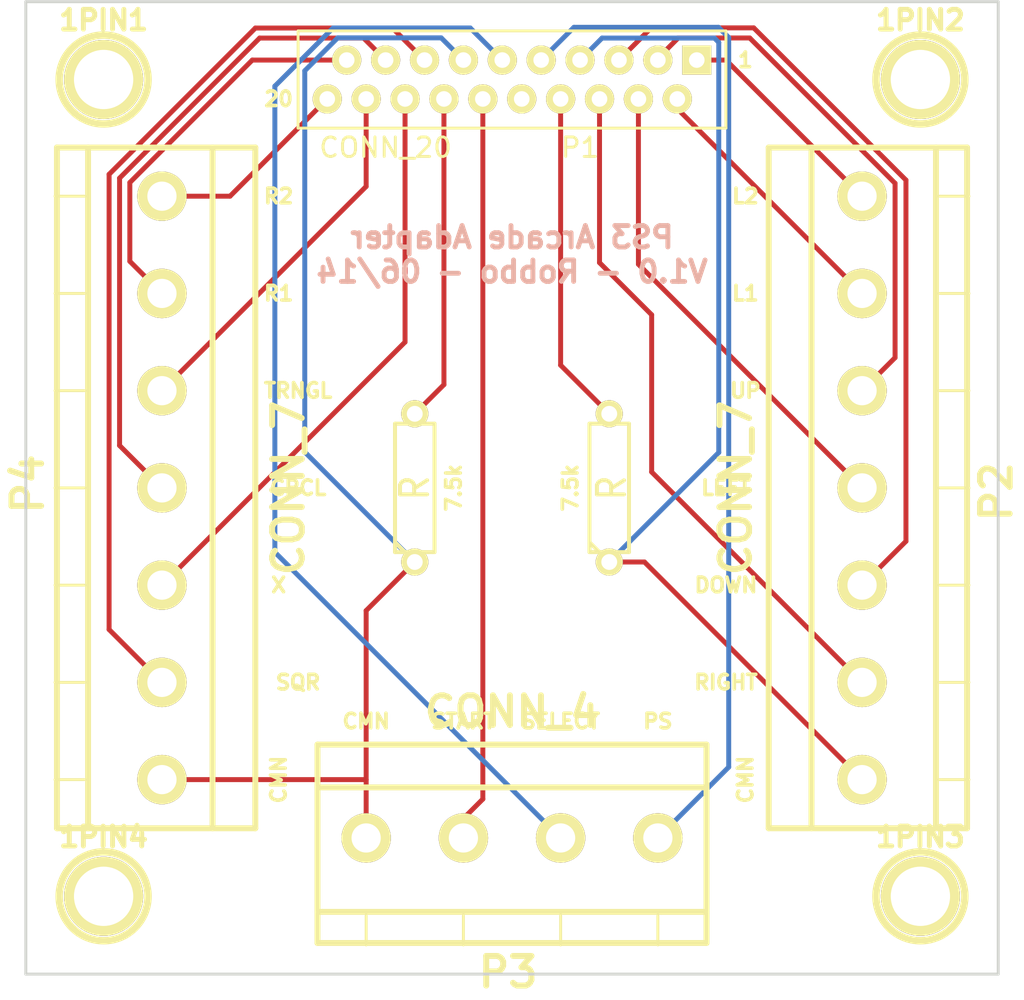
<source format=kicad_pcb>
(kicad_pcb (version 3) (host pcbnew "(2013-07-07 BZR 4022)-stable")

  (general
    (links 22)
    (no_connects 0)
    (area 48.93042 49.924999 101.06958 101.06958)
    (thickness 1.6)
    (drawings 27)
    (tracks 73)
    (zones 0)
    (modules 10)
    (nets 20)
  )

  (page A3)
  (layers
    (15 F.Cu signal)
    (0 B.Cu signal)
    (16 B.Adhes user hide)
    (17 F.Adhes user hide)
    (18 B.Paste user hide)
    (19 F.Paste user hide)
    (20 B.SilkS user)
    (21 F.SilkS user)
    (22 B.Mask user hide)
    (23 F.Mask user hide)
    (24 Dwgs.User user hide)
    (25 Cmts.User user hide)
    (26 Eco1.User user hide)
    (27 Eco2.User user hide)
    (28 Edge.Cuts user)
  )

  (setup
    (last_trace_width 0.254)
    (trace_clearance 0.254)
    (zone_clearance 0.508)
    (zone_45_only no)
    (trace_min 0.254)
    (segment_width 0.2)
    (edge_width 0.15)
    (via_size 0.889)
    (via_drill 0.635)
    (via_min_size 0.889)
    (via_min_drill 0.508)
    (uvia_size 0.508)
    (uvia_drill 0.127)
    (uvias_allowed no)
    (uvia_min_size 0.508)
    (uvia_min_drill 0.127)
    (pcb_text_width 0.3)
    (pcb_text_size 0.75 0.75)
    (mod_edge_width 0.15)
    (mod_text_size 1.5 1.5)
    (mod_text_width 0.15)
    (pad_size 2.54 2.54)
    (pad_drill 1.50114)
    (pad_to_mask_clearance 0.2)
    (aux_axis_origin 0 0)
    (visible_elements 7FFFFFEF)
    (pcbplotparams
      (layerselection 284196865)
      (usegerberextensions true)
      (excludeedgelayer true)
      (linewidth 0.100000)
      (plotframeref false)
      (viasonmask false)
      (mode 1)
      (useauxorigin false)
      (hpglpennumber 1)
      (hpglpenspeed 20)
      (hpglpendiameter 15)
      (hpglpenoverlay 2)
      (psnegative false)
      (psa4output false)
      (plotreference false)
      (plotvalue false)
      (plotothertext false)
      (plotinvisibletext false)
      (padsonsilk true)
      (subtractmaskfromsilk true)
      (outputformat 1)
      (mirror false)
      (drillshape 0)
      (scaleselection 1)
      (outputdirectory jpg/))
  )

  (net 0 "")
  (net 1 N-000001)
  (net 2 N-0000010)
  (net 3 N-0000011)
  (net 4 N-0000012)
  (net 5 N-0000013)
  (net 6 N-0000014)
  (net 7 N-0000015)
  (net 8 N-0000016)
  (net 9 N-0000017)
  (net 10 N-0000018)
  (net 11 N-0000019)
  (net 12 N-000002)
  (net 13 N-000003)
  (net 14 N-000004)
  (net 15 N-000005)
  (net 16 N-000006)
  (net 17 N-000007)
  (net 18 N-000008)
  (net 19 N-000009)

  (net_class Default "This is the default net class."
    (clearance 0.254)
    (trace_width 0.254)
    (via_dia 0.889)
    (via_drill 0.635)
    (uvia_dia 0.508)
    (uvia_drill 0.127)
    (add_net "")
    (add_net N-000001)
    (add_net N-0000010)
    (add_net N-0000011)
    (add_net N-0000012)
    (add_net N-0000013)
    (add_net N-0000014)
    (add_net N-0000015)
    (add_net N-0000016)
    (add_net N-0000017)
    (add_net N-0000018)
    (add_net N-0000019)
    (add_net N-000002)
    (add_net N-000003)
    (add_net N-000004)
    (add_net N-000005)
    (add_net N-000006)
    (add_net N-000007)
    (add_net N-000008)
    (add_net N-000009)
  )

  (module R3 (layer F.Cu) (tedit 53849008) (tstamp 53848FAF)
    (at 70 75 90)
    (descr "Resitance 3 pas")
    (tags R)
    (path /537C939D)
    (autoplace_cost180 10)
    (fp_text reference R1 (at 0 0.127 90) (layer F.SilkS) hide
      (effects (font (size 1.397 1.27) (thickness 0.2032)))
    )
    (fp_text value R (at 0 0 90) (layer F.SilkS)
      (effects (font (size 1.397 1.27) (thickness 0.2032)))
    )
    (fp_line (start -3.81 0) (end -3.302 0) (layer F.SilkS) (width 0.2032))
    (fp_line (start 3.81 0) (end 3.302 0) (layer F.SilkS) (width 0.2032))
    (fp_line (start 3.302 0) (end 3.302 -1.016) (layer F.SilkS) (width 0.2032))
    (fp_line (start 3.302 -1.016) (end -3.302 -1.016) (layer F.SilkS) (width 0.2032))
    (fp_line (start -3.302 -1.016) (end -3.302 1.016) (layer F.SilkS) (width 0.2032))
    (fp_line (start -3.302 1.016) (end 3.302 1.016) (layer F.SilkS) (width 0.2032))
    (fp_line (start 3.302 1.016) (end 3.302 0) (layer F.SilkS) (width 0.2032))
    (fp_line (start -3.302 -0.508) (end -2.794 -1.016) (layer F.SilkS) (width 0.2032))
    (pad 1 thru_hole circle (at -3.81 0 90) (size 1.397 1.397) (drill 0.8128)
      (layers *.Cu *.Mask F.SilkS)
      (net 9 N-0000017)
    )
    (pad 2 thru_hole circle (at 3.81 0 90) (size 1.397 1.397) (drill 0.8128)
      (layers *.Cu *.Mask F.SilkS)
      (net 8 N-0000016)
    )
    (model discret/resistor.wrl
      (at (xyz 0 0 0))
      (scale (xyz 0.3 0.3 0.3))
      (rotate (xyz 0 0 0))
    )
  )

  (module R3 (layer F.Cu) (tedit 53849016) (tstamp 53848FBD)
    (at 80 75 90)
    (descr "Resitance 3 pas")
    (tags R)
    (path /537C93AC)
    (autoplace_cost180 10)
    (fp_text reference R2 (at 0 0.127 90) (layer F.SilkS) hide
      (effects (font (size 1.397 1.27) (thickness 0.2032)))
    )
    (fp_text value R (at 0 0.127 90) (layer F.SilkS)
      (effects (font (size 1.397 1.27) (thickness 0.2032)))
    )
    (fp_line (start -3.81 0) (end -3.302 0) (layer F.SilkS) (width 0.2032))
    (fp_line (start 3.81 0) (end 3.302 0) (layer F.SilkS) (width 0.2032))
    (fp_line (start 3.302 0) (end 3.302 -1.016) (layer F.SilkS) (width 0.2032))
    (fp_line (start 3.302 -1.016) (end -3.302 -1.016) (layer F.SilkS) (width 0.2032))
    (fp_line (start -3.302 -1.016) (end -3.302 1.016) (layer F.SilkS) (width 0.2032))
    (fp_line (start -3.302 1.016) (end 3.302 1.016) (layer F.SilkS) (width 0.2032))
    (fp_line (start 3.302 1.016) (end 3.302 0) (layer F.SilkS) (width 0.2032))
    (fp_line (start -3.302 -0.508) (end -2.794 -1.016) (layer F.SilkS) (width 0.2032))
    (pad 1 thru_hole circle (at -3.81 0 90) (size 1.397 1.397) (drill 0.8128)
      (layers *.Cu *.Mask F.SilkS)
      (net 15 N-000005)
    )
    (pad 2 thru_hole circle (at 3.81 0 90) (size 1.397 1.397) (drill 0.8128)
      (layers *.Cu *.Mask F.SilkS)
      (net 14 N-000004)
    )
    (model discret/resistor.wrl
      (at (xyz 0 0 0))
      (scale (xyz 0.3 0.3 0.3))
      (rotate (xyz 0 0 0))
    )
  )

  (module PCBT7 (layer F.Cu) (tedit 53849217) (tstamp 53848FD5)
    (at 57 75 90)
    (descr "7 pin PCB screw terminal")
    (tags DEV)
    (path /537C932D)
    (fp_text reference P4 (at 0.20066 -6.90118 90) (layer F.SilkS)
      (effects (font (size 1.524 1.524) (thickness 0.3048)))
    )
    (fp_text value CONN_7 (at 0 6.5 90) (layer F.SilkS)
      (effects (font (size 1.524 1.524) (thickness 0.3048)))
    )
    (fp_line (start 15 -4) (end 15 -5.5) (layer F.SilkS) (width 0.15))
    (fp_line (start 10 -4) (end 10 -5.5) (layer F.SilkS) (width 0.15))
    (fp_line (start -15 -4) (end -15 -5.5) (layer F.SilkS) (width 0.15))
    (fp_line (start -10 -4) (end -10 -5.5) (layer F.SilkS) (width 0.15))
    (fp_line (start 5 -4) (end 5 -5.5) (layer F.SilkS) (width 0.15))
    (fp_line (start 0 -4) (end 0 -5.5) (layer F.SilkS) (width 0.15))
    (fp_line (start -5 -4) (end -5 -5.5) (layer F.SilkS) (width 0.15))
    (fp_line (start 17.50126 2.60096) (end -17.50126 2.60096) (layer F.SilkS) (width 0.3048))
    (fp_line (start -17.50126 -3.79984) (end 17.50126 -3.79984) (layer F.SilkS) (width 0.3048))
    (fp_line (start -17.50126 -5.40004) (end 17.50126 -5.40004) (layer F.SilkS) (width 0.3048))
    (fp_line (start 17.50126 -5.40004) (end 17.50126 4.8006) (layer F.SilkS) (width 0.3048))
    (fp_line (start 17.50126 4.8006) (end -17.50126 4.8006) (layer F.SilkS) (width 0.3048))
    (fp_line (start -17.50126 4.8006) (end -17.50126 -5.40004) (layer F.SilkS) (width 0.3048))
    (pad 6 thru_hole circle (at -10 0 90) (size 2.54 2.54) (drill 1.50114)
      (layers *.Cu *.Mask F.SilkS)
      (net 3 N-0000011)
    )
    (pad 5 thru_hole circle (at -5 0 90) (size 2.54 2.54) (drill 1.50114)
      (layers *.Cu *.Mask F.SilkS)
      (net 4 N-0000012)
    )
    (pad 4 thru_hole circle (at 0 0 90) (size 2.54 2.54) (drill 1.50114)
      (layers *.Cu *.Mask F.SilkS)
      (net 5 N-0000013)
    )
    (pad 7 thru_hole circle (at -15 0 90) (size 2.54 2.54) (drill 1.50114)
      (layers *.Cu *.Mask F.SilkS)
      (net 9 N-0000017)
    )
    (pad 3 thru_hole circle (at 5 0 90) (size 2.54 2.54) (drill 1.50114)
      (layers *.Cu *.Mask F.SilkS)
      (net 6 N-0000014)
    )
    (pad 2 thru_hole circle (at 10 0 90) (size 2.54 2.54) (drill 1.50114)
      (layers *.Cu *.Mask F.SilkS)
      (net 7 N-0000015)
    )
    (pad 1 thru_hole circle (at 15 0 90) (size 2.54 2.54) (drill 1.50114)
      (layers *.Cu *.Mask F.SilkS)
      (net 2 N-0000010)
    )
    (model LR/bornier_XY128V_2.wrl
      (at (xyz 0 0 0))
      (scale (xyz 1 1 1))
      (rotate (xyz 0 0 0))
    )
  )

  (module PCBT7 (layer F.Cu) (tedit 53848E39) (tstamp 53848FED)
    (at 93 75 270)
    (descr "7 pin PCB screw terminal")
    (tags DEV)
    (path /537C933C)
    (fp_text reference P2 (at 0.20066 -6.90118 270) (layer F.SilkS)
      (effects (font (size 1.524 1.524) (thickness 0.3048)))
    )
    (fp_text value CONN_7 (at 0 6.5 270) (layer F.SilkS)
      (effects (font (size 1.524 1.524) (thickness 0.3048)))
    )
    (fp_line (start 15 -4) (end 15 -5.5) (layer F.SilkS) (width 0.15))
    (fp_line (start 10 -4) (end 10 -5.5) (layer F.SilkS) (width 0.15))
    (fp_line (start -15 -4) (end -15 -5.5) (layer F.SilkS) (width 0.15))
    (fp_line (start -10 -4) (end -10 -5.5) (layer F.SilkS) (width 0.15))
    (fp_line (start 5 -4) (end 5 -5.5) (layer F.SilkS) (width 0.15))
    (fp_line (start 0 -4) (end 0 -5.5) (layer F.SilkS) (width 0.15))
    (fp_line (start -5 -4) (end -5 -5.5) (layer F.SilkS) (width 0.15))
    (fp_line (start 17.50126 2.60096) (end -17.50126 2.60096) (layer F.SilkS) (width 0.3048))
    (fp_line (start -17.50126 -3.79984) (end 17.50126 -3.79984) (layer F.SilkS) (width 0.3048))
    (fp_line (start -17.50126 -5.40004) (end 17.50126 -5.40004) (layer F.SilkS) (width 0.3048))
    (fp_line (start 17.50126 -5.40004) (end 17.50126 4.8006) (layer F.SilkS) (width 0.3048))
    (fp_line (start 17.50126 4.8006) (end -17.50126 4.8006) (layer F.SilkS) (width 0.3048))
    (fp_line (start -17.50126 4.8006) (end -17.50126 -5.40004) (layer F.SilkS) (width 0.3048))
    (pad 2 thru_hole circle (at -10 0 270) (size 2.54 2.54) (drill 1.50114)
      (layers *.Cu *.Mask F.SilkS)
      (net 10 N-0000018)
    )
    (pad 3 thru_hole circle (at -5 0 270) (size 2.54 2.54) (drill 1.50114)
      (layers *.Cu *.Mask F.SilkS)
      (net 19 N-000009)
    )
    (pad 4 thru_hole circle (at 0 0 270) (size 2.54 2.54) (drill 1.50114)
      (layers *.Cu *.Mask F.SilkS)
      (net 18 N-000008)
    )
    (pad 1 thru_hole circle (at -15 0 270) (size 2.54 2.54) (drill 1.50114)
      (layers *.Cu *.Mask F.SilkS)
      (net 11 N-0000019)
    )
    (pad 5 thru_hole circle (at 5 0 270) (size 2.54 2.54) (drill 1.50114)
      (layers *.Cu *.Mask F.SilkS)
      (net 17 N-000007)
    )
    (pad 6 thru_hole circle (at 10 0 270) (size 2.54 2.54) (drill 1.50114)
      (layers *.Cu *.Mask F.SilkS)
      (net 16 N-000006)
    )
    (pad 7 thru_hole circle (at 15 0 270) (size 2.54 2.54) (drill 1.50114)
      (layers *.Cu *.Mask F.SilkS)
      (net 15 N-000005)
    )
    (model LR/bornier_XY128V_2.wrl
      (at (xyz 0 0 0))
      (scale (xyz 1 1 1))
      (rotate (xyz 0 0 0))
    )
  )

  (module PCBT4 (layer F.Cu) (tedit 538486EF) (tstamp 53848FFF)
    (at 75 93 180)
    (descr "Bornier d'alimentation 2 pins")
    (tags DEV)
    (path /537C98CE)
    (fp_text reference P3 (at 0.20066 -6.90118 180) (layer F.SilkS)
      (effects (font (size 1.524 1.524) (thickness 0.3048)))
    )
    (fp_text value CONN_4 (at 0 6.5 180) (layer F.SilkS)
      (effects (font (size 1.524 1.524) (thickness 0.3048)))
    )
    (fp_line (start -7.5 -4) (end -7.5 -5.5) (layer F.SilkS) (width 0.15))
    (fp_line (start 7.5 -4) (end 7.5 -5.5) (layer F.SilkS) (width 0.15))
    (fp_line (start 2.5 -4) (end 2.5 -5.5) (layer F.SilkS) (width 0.15))
    (fp_line (start -2.5 -4) (end -2.5 -5.5) (layer F.SilkS) (width 0.15))
    (fp_line (start 10.00126 2.60096) (end -10.00126 2.60096) (layer F.SilkS) (width 0.3048))
    (fp_line (start -10.00126 -3.79984) (end 10.00126 -3.79984) (layer F.SilkS) (width 0.3048))
    (fp_line (start -10.00126 -5.40004) (end 10.00126 -5.40004) (layer F.SilkS) (width 0.3048))
    (fp_line (start 10.00126 -5.40004) (end 10.00126 4.8006) (layer F.SilkS) (width 0.3048))
    (fp_line (start 10.00126 4.8006) (end -10.00126 4.8006) (layer F.SilkS) (width 0.3048))
    (fp_line (start -10.00126 4.8006) (end -10.00126 -5.40004) (layer F.SilkS) (width 0.3048))
    (pad 2 thru_hole circle (at -2.49936 0 180) (size 2.54 2.54) (drill 1.50114)
      (layers *.Cu *.Mask F.SilkS)
      (net 12 N-000002)
    )
    (pad 3 thru_hole circle (at 2.49936 0 180) (size 2.54 2.54) (drill 1.50114)
      (layers *.Cu *.Mask F.SilkS)
      (net 1 N-000001)
    )
    (pad 4 thru_hole circle (at 7.5 0 180) (size 2.54 2.54) (drill 1.50114)
      (layers *.Cu *.Mask F.SilkS)
      (net 9 N-0000017)
    )
    (pad 1 thru_hole circle (at -7.5 0 180) (size 2.54 2.54) (drill 1.50114)
      (layers *.Cu *.Mask F.SilkS)
      (net 13 N-000003)
    )
    (model LR/bornier_XY128V_2.wrl
      (at (xyz 0 0 0))
      (scale (xyz 1 1 1))
      (rotate (xyz 0 0 0))
    )
  )

  (module 52030-2029 (layer F.Cu) (tedit 5383228B) (tstamp 5384901B)
    (at 84.5 55 180)
    (path /537C9AD1)
    (fp_text reference P1 (at 6 -2.5 180) (layer F.SilkS)
      (effects (font (size 1 1) (thickness 0.15)))
    )
    (fp_text value CONN_20 (at 16 -2.5 180) (layer F.SilkS)
      (effects (font (size 1 1) (thickness 0.15)))
    )
    (fp_line (start -1.5 -1.5) (end -1.5 3.5) (layer F.SilkS) (width 0.15))
    (fp_line (start -1.5 3.5) (end 20.5 3.5) (layer F.SilkS) (width 0.15))
    (fp_line (start 20.5 3.5) (end 20.5 -1.5) (layer F.SilkS) (width 0.15))
    (fp_line (start 20.5 -1.5) (end -1.5 -1.5) (layer F.SilkS) (width 0.15))
    (pad 1 thru_hole rect (at 0 2 180) (size 1.5 1.5) (drill 0.8)
      (layers *.Cu *.Mask F.SilkS)
      (net 11 N-0000019)
    )
    (pad 2 thru_hole circle (at 1 0 180) (size 1.5 1.5) (drill 0.8)
      (layers *.Cu *.Mask F.SilkS)
      (net 10 N-0000018)
    )
    (pad 3 thru_hole circle (at 2 2 180) (size 1.5 1.5) (drill 0.8)
      (layers *.Cu *.Mask F.SilkS)
      (net 19 N-000009)
    )
    (pad 4 thru_hole circle (at 3 0 180) (size 1.5 1.5) (drill 0.8)
      (layers *.Cu *.Mask F.SilkS)
      (net 18 N-000008)
    )
    (pad 5 thru_hole circle (at 4 2 180) (size 1.5 1.5) (drill 0.8)
      (layers *.Cu *.Mask F.SilkS)
      (net 17 N-000007)
    )
    (pad 6 thru_hole circle (at 5 0 180) (size 1.5 1.5) (drill 0.8)
      (layers *.Cu *.Mask F.SilkS)
      (net 16 N-000006)
    )
    (pad 7 thru_hole circle (at 6 2 180) (size 1.5 1.5) (drill 0.8)
      (layers *.Cu *.Mask F.SilkS)
      (net 15 N-000005)
    )
    (pad 8 thru_hole circle (at 7 0 180) (size 1.5 1.5) (drill 0.8)
      (layers *.Cu *.Mask F.SilkS)
      (net 14 N-000004)
    )
    (pad 9 thru_hole circle (at 8 2 180) (size 1.5 1.5) (drill 0.8)
      (layers *.Cu *.Mask F.SilkS)
      (net 13 N-000003)
    )
    (pad 10 thru_hole circle (at 9 0 180) (size 1.5 1.5) (drill 0.8)
      (layers *.Cu *.Mask F.SilkS)
    )
    (pad 11 thru_hole circle (at 10 2 180) (size 1.5 1.5) (drill 0.8)
      (layers *.Cu *.Mask F.SilkS)
      (net 12 N-000002)
    )
    (pad 12 thru_hole circle (at 11 0 180) (size 1.5 1.5) (drill 0.8)
      (layers *.Cu *.Mask F.SilkS)
      (net 1 N-000001)
    )
    (pad 13 thru_hole circle (at 12 2 180) (size 1.5 1.5) (drill 0.8)
      (layers *.Cu *.Mask F.SilkS)
      (net 9 N-0000017)
    )
    (pad 14 thru_hole circle (at 13 0 180) (size 1.5 1.5) (drill 0.8)
      (layers *.Cu *.Mask F.SilkS)
      (net 8 N-0000016)
    )
    (pad 15 thru_hole circle (at 14 2 180) (size 1.5 1.5) (drill 0.8)
      (layers *.Cu *.Mask F.SilkS)
      (net 3 N-0000011)
    )
    (pad 16 thru_hole circle (at 15 0 180) (size 1.5 1.5) (drill 0.8)
      (layers *.Cu *.Mask F.SilkS)
      (net 4 N-0000012)
    )
    (pad 17 thru_hole circle (at 16 2 180) (size 1.5 1.5) (drill 0.8)
      (layers *.Cu *.Mask F.SilkS)
      (net 5 N-0000013)
    )
    (pad 18 thru_hole circle (at 17 0 180) (size 1.5 1.5) (drill 0.8)
      (layers *.Cu *.Mask F.SilkS)
      (net 6 N-0000014)
    )
    (pad 19 thru_hole circle (at 18 2 180) (size 1.5 1.5) (drill 0.8)
      (layers *.Cu *.Mask F.SilkS)
      (net 7 N-0000015)
    )
    (pad 20 thru_hole circle (at 19 0 180) (size 1.5 1.5) (drill 0.8)
      (layers *.Cu *.Mask F.SilkS)
      (net 2 N-0000010)
    )
  )

  (module 1pin (layer F.Cu) (tedit 5384928B) (tstamp 5384EE34)
    (at 96 54)
    (descr "module 1 pin (ou trou mecanique de percage)")
    (tags DEV)
    (path 1pin)
    (fp_text reference 1PIN2 (at 0 -3.048) (layer F.SilkS)
      (effects (font (size 1.016 1.016) (thickness 0.254)))
    )
    (fp_text value P*** (at 0 2.794) (layer F.SilkS) hide
      (effects (font (size 1.016 1.016) (thickness 0.254)))
    )
    (fp_circle (center 0 0) (end 0 -2.286) (layer F.SilkS) (width 0.381))
    (pad 1 thru_hole circle (at 0 0) (size 4.064 4.064) (drill 3.048)
      (layers *.Cu *.Mask F.SilkS)
    )
  )

  (module 1pin (layer F.Cu) (tedit 53849283) (tstamp 5384EE3F)
    (at 54 54)
    (descr "module 1 pin (ou trou mecanique de percage)")
    (tags DEV)
    (path 1pin)
    (fp_text reference 1PIN1 (at 0 -3.048) (layer F.SilkS)
      (effects (font (size 1.016 1.016) (thickness 0.254)))
    )
    (fp_text value P*** (at 0 2.794) (layer F.SilkS) hide
      (effects (font (size 1.016 1.016) (thickness 0.254)))
    )
    (fp_circle (center 0 0) (end 0 -2.286) (layer F.SilkS) (width 0.381))
    (pad 1 thru_hole circle (at 0 0) (size 4.064 4.064) (drill 3.048)
      (layers *.Cu *.Mask F.SilkS)
    )
  )

  (module 1pin (layer F.Cu) (tedit 53849292) (tstamp 5384EE4A)
    (at 96 96)
    (descr "module 1 pin (ou trou mecanique de percage)")
    (tags DEV)
    (path 1pin)
    (fp_text reference 1PIN3 (at 0 -3.048) (layer F.SilkS)
      (effects (font (size 1.016 1.016) (thickness 0.254)))
    )
    (fp_text value P*** (at 0 2.794) (layer F.SilkS) hide
      (effects (font (size 1.016 1.016) (thickness 0.254)))
    )
    (fp_circle (center 0 0) (end 0 -2.286) (layer F.SilkS) (width 0.381))
    (pad 1 thru_hole circle (at 0 0) (size 4.064 4.064) (drill 3.048)
      (layers *.Cu *.Mask F.SilkS)
    )
  )

  (module 1pin (layer F.Cu) (tedit 53849299) (tstamp 5384EE55)
    (at 54 96)
    (descr "module 1 pin (ou trou mecanique de percage)")
    (tags DEV)
    (path 1pin)
    (fp_text reference 1PIN4 (at 0 -3.048) (layer F.SilkS)
      (effects (font (size 1.016 1.016) (thickness 0.254)))
    )
    (fp_text value P*** (at 0 2.794) (layer F.SilkS) hide
      (effects (font (size 1.016 1.016) (thickness 0.254)))
    )
    (fp_circle (center 0 0) (end 0 -2.286) (layer F.SilkS) (width 0.381))
    (pad 1 thru_hole circle (at 0 0) (size 4.064 4.064) (drill 3.048)
      (layers *.Cu *.Mask F.SilkS)
    )
  )

  (gr_text R2 (at 63 60) (layer F.SilkS)
    (effects (font (size 0.75 0.75) (thickness 0.1875)))
  )
  (gr_text R1 (at 63 65) (layer F.SilkS)
    (effects (font (size 0.75 0.75) (thickness 0.1875)))
  )
  (gr_text TRNGL (at 64 70) (layer F.SilkS)
    (effects (font (size 0.75 0.75) (thickness 0.1875)))
  )
  (gr_text CRCL (at 64 75) (layer F.SilkS)
    (effects (font (size 0.75 0.75) (thickness 0.1875)))
  )
  (gr_text X (at 63 80) (layer F.SilkS)
    (effects (font (size 0.75 0.75) (thickness 0.1875)))
  )
  (gr_text SQR (at 64 85) (layer F.SilkS)
    (effects (font (size 0.75 0.75) (thickness 0.1875)))
  )
  (gr_text CMN (at 63 90 90) (layer F.SilkS)
    (effects (font (size 0.75 0.75) (thickness 0.1875)))
  )
  (gr_text CMN (at 67.5 87) (layer F.SilkS)
    (effects (font (size 0.75 0.75) (thickness 0.1875)))
  )
  (gr_text START (at 72.5 87) (layer F.SilkS)
    (effects (font (size 0.75 0.75) (thickness 0.1875)))
  )
  (gr_text SELECT (at 77.5 87) (layer F.SilkS)
    (effects (font (size 0.75 0.75) (thickness 0.1875)))
  )
  (gr_text PS (at 82.5 87) (layer F.SilkS)
    (effects (font (size 0.75 0.75) (thickness 0.1875)))
  )
  (gr_text CMN (at 87 90 90) (layer F.SilkS)
    (effects (font (size 0.75 0.75) (thickness 0.1875)))
  )
  (gr_text RIGHT (at 86 85) (layer F.SilkS)
    (effects (font (size 0.75 0.75) (thickness 0.1875)))
  )
  (gr_text DOWN (at 86 80) (layer F.SilkS)
    (effects (font (size 0.75 0.75) (thickness 0.1875)))
  )
  (gr_text LEFT (at 86 75) (layer F.SilkS)
    (effects (font (size 0.75 0.75) (thickness 0.1875)))
  )
  (gr_text UP (at 87 70) (layer F.SilkS)
    (effects (font (size 0.75 0.75) (thickness 0.1875)))
  )
  (gr_text L1 (at 87 65) (layer F.SilkS)
    (effects (font (size 0.75 0.75) (thickness 0.1875)))
  )
  (gr_text L2 (at 87 60) (layer F.SilkS)
    (effects (font (size 0.75 0.75) (thickness 0.1875)))
  )
  (gr_text 20 (at 63 55) (layer F.SilkS)
    (effects (font (size 0.75 0.75) (thickness 0.1875)))
  )
  (gr_text 1 (at 87 53) (layer F.SilkS)
    (effects (font (size 0.75 0.75) (thickness 0.1875)))
  )
  (gr_text 7.5k (at 72 75 90) (layer F.SilkS)
    (effects (font (size 0.75 0.75) (thickness 0.1875)))
  )
  (gr_text 7.5k (at 78 75 90) (layer F.SilkS)
    (effects (font (size 0.75 0.75) (thickness 0.1875)))
  )
  (gr_text "PS3 Arcade Adapter\nV1.0 - Robbo - 06/14" (at 75 63) (layer B.SilkS)
    (effects (font (size 1.1 1.1) (thickness 0.25)) (justify mirror))
  )
  (gr_line (start 50 100) (end 50 50) (angle 90) (layer Edge.Cuts) (width 0.15))
  (gr_line (start 100 100) (end 50 100) (angle 90) (layer Edge.Cuts) (width 0.15))
  (gr_line (start 100 50) (end 100 100) (angle 90) (layer Edge.Cuts) (width 0.15))
  (gr_line (start 50 50) (end 100 50) (angle 90) (layer Edge.Cuts) (width 0.15))

  (segment (start 73.5 91.0006) (end 73.5 55) (width 0.254) (layer F.Cu) (net 1))
  (segment (start 72.5006 92) (end 73.5 91.0006) (width 0.254) (layer F.Cu) (net 1))
  (segment (start 60.5 60) (end 65.5 55) (width 0.254) (layer F.Cu) (net 2))
  (segment (start 57 60) (end 60.5 60) (width 0.254) (layer F.Cu) (net 2))
  (segment (start 68.8531 51.3531) (end 70.5 53) (width 0.254) (layer F.Cu) (net 3))
  (segment (start 61.8047 51.3531) (end 68.8531 51.3531) (width 0.254) (layer F.Cu) (net 3))
  (segment (start 54.2822 58.8756) (end 61.8047 51.3531) (width 0.254) (layer F.Cu) (net 3))
  (segment (start 54.2822 82.2822) (end 54.2822 58.8756) (width 0.254) (layer F.Cu) (net 3))
  (segment (start 57 85) (end 54.2822 82.2822) (width 0.254) (layer F.Cu) (net 3))
  (segment (start 69.5 67.5) (end 69.5 55) (width 0.254) (layer F.Cu) (net 4))
  (segment (start 57 80) (end 69.5 67.5) (width 0.254) (layer F.Cu) (net 4))
  (segment (start 67.3687 51.8687) (end 68.5 53) (width 0.254) (layer F.Cu) (net 5))
  (segment (start 62.0241 51.8687) (end 67.3687 51.8687) (width 0.254) (layer F.Cu) (net 5))
  (segment (start 54.8211 59.0717) (end 62.0241 51.8687) (width 0.254) (layer F.Cu) (net 5))
  (segment (start 54.8211 72.8211) (end 54.8211 59.0717) (width 0.254) (layer F.Cu) (net 5))
  (segment (start 57 75) (end 54.8211 72.8211) (width 0.254) (layer F.Cu) (net 5))
  (segment (start 67.5 59.5) (end 67.5 55) (width 0.254) (layer F.Cu) (net 6))
  (segment (start 57 70) (end 67.5 59.5) (width 0.254) (layer F.Cu) (net 6))
  (segment (start 61.6466 53) (end 66.5 53) (width 0.254) (layer F.Cu) (net 7))
  (segment (start 55.3485 59.2981) (end 61.6466 53) (width 0.254) (layer F.Cu) (net 7))
  (segment (start 55.3485 63.3485) (end 55.3485 59.2981) (width 0.254) (layer F.Cu) (net 7))
  (segment (start 57 65) (end 55.3485 63.3485) (width 0.254) (layer F.Cu) (net 7))
  (segment (start 71.5 69.69) (end 71.5 55) (width 0.254) (layer F.Cu) (net 8))
  (segment (start 70 71.19) (end 71.5 69.69) (width 0.254) (layer F.Cu) (net 8))
  (segment (start 71.3581 51.8581) (end 72.5 53) (width 0.254) (layer B.Cu) (net 9))
  (segment (start 66.0368 51.8581) (end 71.3581 51.8581) (width 0.254) (layer B.Cu) (net 9))
  (segment (start 64.3437 53.5512) (end 66.0368 51.8581) (width 0.254) (layer B.Cu) (net 9))
  (segment (start 64.3437 73.1537) (end 64.3437 53.5512) (width 0.254) (layer B.Cu) (net 9))
  (segment (start 70 78.81) (end 64.3437 73.1537) (width 0.254) (layer B.Cu) (net 9))
  (segment (start 57 90) (end 67.5 90) (width 0.254) (layer F.Cu) (net 9))
  (segment (start 67.5 93) (end 67.5 90) (width 0.254) (layer F.Cu) (net 9))
  (segment (start 67.5 81.31) (end 70 78.81) (width 0.254) (layer F.Cu) (net 9))
  (segment (start 67.5 90) (end 67.5 81.31) (width 0.254) (layer F.Cu) (net 9))
  (segment (start 83.5 55.5) (end 83.5 55) (width 0.254) (layer F.Cu) (net 10))
  (segment (start 93 65) (end 83.5 55.5) (width 0.254) (layer F.Cu) (net 10))
  (segment (start 86 53) (end 84.5 53) (width 0.254) (layer F.Cu) (net 11))
  (segment (start 93 60) (end 86 53) (width 0.254) (layer F.Cu) (net 11))
  (segment (start 72.8498 51.3498) (end 74.5 53) (width 0.254) (layer B.Cu) (net 12))
  (segment (start 65.7987 51.3498) (end 72.8498 51.3498) (width 0.254) (layer B.Cu) (net 12))
  (segment (start 62.8057 54.3428) (end 65.7987 51.3498) (width 0.254) (layer B.Cu) (net 12))
  (segment (start 62.8057 78.3063) (end 62.8057 54.3428) (width 0.254) (layer B.Cu) (net 12))
  (segment (start 77.4994 93) (end 62.8057 78.3063) (width 0.254) (layer B.Cu) (net 12))
  (segment (start 78.1834 51.3166) (end 76.5 53) (width 0.254) (layer B.Cu) (net 13))
  (segment (start 85.6193 51.3166) (end 78.1834 51.3166) (width 0.254) (layer B.Cu) (net 13))
  (segment (start 86.143 51.8403) (end 85.6193 51.3166) (width 0.254) (layer B.Cu) (net 13))
  (segment (start 86.143 89.357) (end 86.143 51.8403) (width 0.254) (layer B.Cu) (net 13))
  (segment (start 82.5 93) (end 86.143 89.357) (width 0.254) (layer B.Cu) (net 13))
  (segment (start 77.5 68.69) (end 77.5 55) (width 0.254) (layer F.Cu) (net 14))
  (segment (start 80 71.19) (end 77.5 68.69) (width 0.254) (layer F.Cu) (net 14))
  (segment (start 81.81 78.81) (end 80 78.81) (width 0.254) (layer F.Cu) (net 15))
  (segment (start 93 90) (end 81.81 78.81) (width 0.254) (layer F.Cu) (net 15))
  (segment (start 79.6313 51.8687) (end 78.5 53) (width 0.254) (layer B.Cu) (net 15))
  (segment (start 85.4079 51.8687) (end 79.6313 51.8687) (width 0.254) (layer B.Cu) (net 15))
  (segment (start 85.6313 52.0921) (end 85.4079 51.8687) (width 0.254) (layer B.Cu) (net 15))
  (segment (start 85.6313 73.1787) (end 85.6313 52.0921) (width 0.254) (layer B.Cu) (net 15))
  (segment (start 80 78.81) (end 85.6313 73.1787) (width 0.254) (layer B.Cu) (net 15))
  (segment (start 79.5 63.4178) (end 79.5 55) (width 0.254) (layer F.Cu) (net 16))
  (segment (start 82.1808 66.0986) (end 79.5 63.4178) (width 0.254) (layer F.Cu) (net 16))
  (segment (start 82.1808 74.1808) (end 82.1808 66.0986) (width 0.254) (layer F.Cu) (net 16))
  (segment (start 93 85) (end 82.1808 74.1808) (width 0.254) (layer F.Cu) (net 16))
  (segment (start 82.1555 51.3445) (end 80.5 53) (width 0.254) (layer F.Cu) (net 17))
  (segment (start 87.4287 51.3445) (end 82.1555 51.3445) (width 0.254) (layer F.Cu) (net 17))
  (segment (start 95.2566 59.1724) (end 87.4287 51.3445) (width 0.254) (layer F.Cu) (net 17))
  (segment (start 95.2566 77.7434) (end 95.2566 59.1724) (width 0.254) (layer F.Cu) (net 17))
  (segment (start 93 80) (end 95.2566 77.7434) (width 0.254) (layer F.Cu) (net 17))
  (segment (start 81.5 63.5) (end 81.5 55) (width 0.254) (layer F.Cu) (net 18))
  (segment (start 93 75) (end 81.5 63.5) (width 0.254) (layer F.Cu) (net 18))
  (segment (start 94.6972 68.3028) (end 93 70) (width 0.254) (layer F.Cu) (net 19))
  (segment (start 94.6972 59.3382) (end 94.6972 68.3028) (width 0.254) (layer F.Cu) (net 19))
  (segment (start 87.2238 51.8648) (end 94.6972 59.3382) (width 0.254) (layer F.Cu) (net 19))
  (segment (start 83.5441 51.8648) (end 87.2238 51.8648) (width 0.254) (layer F.Cu) (net 19))
  (segment (start 82.5 52.9089) (end 83.5441 51.8648) (width 0.254) (layer F.Cu) (net 19))
  (segment (start 82.5 53) (end 82.5 52.9089) (width 0.254) (layer F.Cu) (net 19))

)

</source>
